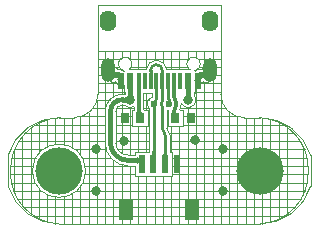
<source format=gtl>
G04*
G04 #@! TF.GenerationSoftware,Altium Limited,Altium Designer,21.3.2 (30)*
G04*
G04 Layer_Physical_Order=1*
G04 Layer_Color=255*
%FSLAX43Y43*%
%MOMM*%
G71*
G04*
G04 #@! TF.SameCoordinates,DDF0AE4A-8618-4426-8A3D-72610EC7A679*
G04*
G04*
G04 #@! TF.FilePolarity,Positive*
G04*
G01*
G75*
%ADD10C,0.254*%
%ADD11C,0.100*%
%ADD12R,0.300X1.450*%
%ADD13R,0.600X1.450*%
%ADD14R,1.200X1.800*%
%ADD15R,0.600X1.550*%
%ADD16R,0.800X0.850*%
%ADD26C,0.300*%
%ADD27C,0.400*%
%ADD28C,4.000*%
%ADD29O,1.200X2.000*%
%ADD30O,1.400X1.800*%
%ADD31C,0.600*%
%ADD32C,0.800*%
G36*
X107179Y114479D02*
X107190Y114447D01*
X107211Y114418D01*
X107243Y114394D01*
X107285Y114373D01*
X107338Y114355D01*
X107400Y114342D01*
X107473Y114333D01*
X107556Y114327D01*
X107650Y114325D01*
X107649Y113925D01*
X107547Y113923D01*
X107455Y113915D01*
X107456Y113725D01*
X107451Y113763D01*
X107436Y113797D01*
X107412Y113827D01*
X107378Y113853D01*
X107335Y113875D01*
X107287Y113891D01*
X107240Y113878D01*
X107189Y113857D01*
X107148Y113832D01*
X107118Y113804D01*
X107098Y113772D01*
X107089Y113736D01*
X107110Y113920D01*
X107065Y113923D01*
X106973Y113925D01*
Y114325D01*
X107156Y114324D01*
X107178Y114516D01*
X107179Y114479D01*
D02*
G37*
G36*
X111377Y114454D02*
X111384Y114324D01*
X111386Y114322D01*
X111114D01*
X111116Y114324D01*
X111117Y114328D01*
X111119Y114337D01*
X111120Y114348D01*
X111122Y114402D01*
X111123Y114485D01*
X111377D01*
X111377Y114454D01*
D02*
G37*
G36*
X110377Y114462D02*
X110385Y114338D01*
X110388Y114329D01*
X110391Y114324D01*
X110394Y114322D01*
X110106D01*
X110109Y114324D01*
X110112Y114329D01*
X110115Y114338D01*
X110117Y114350D01*
X110119Y114365D01*
X110121Y114407D01*
X110123Y114495D01*
X110377D01*
X110377Y114462D01*
D02*
G37*
G36*
X114844Y114324D02*
X115027Y114325D01*
Y113925D01*
X114935Y113923D01*
X114890Y113918D01*
X114911Y113736D01*
X114902Y113772D01*
X114882Y113804D01*
X114852Y113832D01*
X114811Y113857D01*
X114760Y113878D01*
X114713Y113891D01*
X114665Y113875D01*
X114622Y113853D01*
X114588Y113827D01*
X114564Y113797D01*
X114549Y113763D01*
X114544Y113725D01*
X114545Y113917D01*
X114453Y113923D01*
X114351Y113925D01*
X114350Y114325D01*
X114444Y114327D01*
X114600Y114342D01*
X114662Y114355D01*
X114715Y114373D01*
X114757Y114394D01*
X114789Y114418D01*
X114810Y114447D01*
X114821Y114479D01*
X114822Y114516D01*
X114844Y114324D01*
D02*
G37*
G36*
X110893Y112875D02*
X110890Y112866D01*
X110887Y112851D01*
X110884Y112829D01*
X110880Y112768D01*
X110877Y112573D01*
X110623D01*
X110623Y112631D01*
X110607Y112875D01*
X110603Y112878D01*
X110897D01*
X110893Y112875D01*
D02*
G37*
G36*
X113729Y112873D02*
X113712Y112859D01*
X113698Y112835D01*
X113685Y112801D01*
X113674Y112758D01*
X113666Y112705D01*
X113659Y112643D01*
X113651Y112489D01*
X113651Y112478D01*
X113653Y112452D01*
X113657Y112427D01*
X113663Y112403D01*
X113670Y112380D01*
X113679Y112359D01*
X113689Y112338D01*
X113701Y112320D01*
X113715Y112302D01*
X113730Y112286D01*
X113170D01*
X113185Y112302D01*
X113199Y112320D01*
X113211Y112338D01*
X113221Y112359D01*
X113230Y112380D01*
X113237Y112403D01*
X113243Y112427D01*
X113247Y112452D01*
X113249Y112478D01*
X113249Y112489D01*
X113234Y112705D01*
X113226Y112758D01*
X113215Y112801D01*
X113202Y112835D01*
X113188Y112859D01*
X113171Y112873D01*
X113153Y112878D01*
X113747D01*
X113729Y112873D01*
D02*
G37*
G36*
X108829D02*
X108812Y112859D01*
X108798Y112835D01*
X108785Y112801D01*
X108774Y112758D01*
X108766Y112705D01*
X108759Y112643D01*
X108751Y112489D01*
X108751Y112478D01*
X108753Y112452D01*
X108757Y112427D01*
X108763Y112403D01*
X108770Y112380D01*
X108779Y112359D01*
X108789Y112338D01*
X108801Y112320D01*
X108815Y112302D01*
X108830Y112286D01*
X108274D01*
X108255Y111730D01*
X108239Y111746D01*
X108222Y111760D01*
X108203Y111773D01*
X108183Y111784D01*
X108162Y111794D01*
X108140Y111802D01*
X108116Y111808D01*
X108091Y111813D01*
X108065Y111816D01*
X108037Y111818D01*
X108051Y112218D01*
X108079Y112218D01*
X108105Y112219D01*
X108131Y112222D01*
X108155Y112227D01*
X108178Y112233D01*
X108200Y112241D01*
X108220Y112251D01*
X108240Y112262D01*
X108258Y112275D01*
X108272Y112288D01*
X108285Y112302D01*
X108299Y112320D01*
X108311Y112338D01*
X108321Y112359D01*
X108330Y112380D01*
X108337Y112403D01*
X108343Y112427D01*
X108347Y112452D01*
X108349Y112478D01*
X108349Y112489D01*
X108334Y112705D01*
X108326Y112758D01*
X108315Y112801D01*
X108302Y112835D01*
X108288Y112859D01*
X108271Y112873D01*
X108253Y112878D01*
X108847D01*
X108829Y112873D01*
D02*
G37*
G36*
X110802Y111859D02*
X110794Y111841D01*
X110778Y111793D01*
X110774Y111779D01*
X110772Y111765D01*
X110770Y111752D01*
X110770Y111740D01*
X110770Y111729D01*
X110771Y111718D01*
X110487Y111922D01*
X110502Y111925D01*
X110515Y111930D01*
X110528Y111935D01*
X110540Y111943D01*
X110551Y111951D01*
X110561Y111961D01*
X110569Y111973D01*
X110577Y111986D01*
X110584Y112000D01*
X110590Y112016D01*
X110802Y111859D01*
D02*
G37*
G36*
X110691Y111488D02*
X110681Y111478D01*
X110672Y111468D01*
X110665Y111457D01*
X110658Y111444D01*
X110652Y111431D01*
X110648Y111417D01*
X110644Y111403D01*
X110642Y111387D01*
X110640Y111370D01*
X110640Y111353D01*
X110385Y111368D01*
X110385Y111385D01*
X110384Y111402D01*
X110382Y111418D01*
X110378Y111433D01*
X110374Y111447D01*
X110370Y111460D01*
X110364Y111473D01*
X110357Y111485D01*
X110350Y111495D01*
X110341Y111505D01*
X110691Y111488D01*
D02*
G37*
G36*
X109401Y111213D02*
X109413Y111097D01*
X109424Y111050D01*
X109438Y111010D01*
X109454Y110977D01*
X109474Y110952D01*
X109496Y110934D01*
X109521Y110923D01*
X109550Y110919D01*
X108953Y110922D01*
X108981Y110926D01*
X109006Y110936D01*
X109028Y110954D01*
X109047Y110980D01*
X109063Y111012D01*
X109076Y111052D01*
X109087Y111098D01*
X109094Y111152D01*
X109099Y111214D01*
X109100Y111282D01*
X109400D01*
X109401Y111213D01*
D02*
G37*
G36*
X111628Y107593D02*
X111638Y107495D01*
X111647Y107455D01*
X111659Y107421D01*
X111673Y107393D01*
X111689Y107372D01*
X111708Y107356D01*
X111730Y107347D01*
X111754Y107344D01*
X111246D01*
X111270Y107347D01*
X111292Y107356D01*
X111311Y107372D01*
X111327Y107393D01*
X111341Y107421D01*
X111353Y107455D01*
X111362Y107495D01*
X111368Y107541D01*
X111372Y107593D01*
X111373Y107652D01*
X111627D01*
X111628Y107593D01*
D02*
G37*
G36*
X110641D02*
X110651Y107495D01*
X110660Y107455D01*
X110671Y107421D01*
X110685Y107393D01*
X110702Y107372D01*
X110721Y107356D01*
X110742Y107347D01*
X110767Y107344D01*
X110258D01*
X110283Y107347D01*
X110304Y107356D01*
X110323Y107372D01*
X110340Y107393D01*
X110354Y107421D01*
X110365Y107455D01*
X110374Y107495D01*
X110380Y107541D01*
X110384Y107593D01*
X110385Y107652D01*
X110640D01*
X110641Y107593D01*
D02*
G37*
G36*
X109206Y106475D02*
X109201Y106513D01*
X109187Y106547D01*
X109163Y106577D01*
X109129Y106603D01*
X109085Y106625D01*
X109032Y106643D01*
X108969Y106657D01*
X108897Y106667D01*
X108815Y106673D01*
X108723Y106675D01*
Y107075D01*
X108815Y107077D01*
X108969Y107093D01*
X109032Y107107D01*
X109085Y107125D01*
X109129Y107147D01*
X109163Y107173D01*
X109187Y107203D01*
X109201Y107237D01*
X109206Y107275D01*
Y106475D01*
D02*
G37*
D10*
X111250Y111327D02*
G03*
X111227Y111431I-254J-1D01*
G01*
X111178Y111654D02*
G03*
X111227Y111431I528J0D01*
G01*
X111250Y111981D02*
G03*
X111178Y111654I702J-327D01*
G01*
X110572Y111727D02*
G03*
X110727Y112033I-590J492D01*
G01*
X110525Y111675D02*
G03*
X110572Y111727I-543J543D01*
G01*
X110727Y112033D02*
G03*
X110750Y112218I-745J186D01*
G01*
X111500Y109009D02*
G03*
X111400Y109250I-341J0D01*
G01*
X111250Y109612D02*
G03*
X111400Y109250I512J0D01*
G01*
X111250Y114485D02*
G03*
X110745Y114990I-505J0D01*
G01*
D02*
G03*
X110250Y114497I0J-495D01*
G01*
D02*
G03*
X110250Y114495I495J-2D01*
G01*
X111250Y111981D02*
Y113002D01*
X111227Y111431D02*
X111227Y111431D01*
X111250Y113002D02*
X111250Y113600D01*
X111750Y112480D02*
Y113582D01*
X111250Y109612D02*
Y111326D01*
X111250Y111327D02*
X111250Y111326D01*
X111750Y112480D02*
X111806Y111672D01*
X110512Y111662D02*
X110525Y111675D01*
X110512Y106588D02*
Y111662D01*
X110750Y112218D02*
Y113600D01*
X110500Y106575D02*
X110512Y106588D01*
X111250Y113600D02*
Y114485D01*
X111500Y106575D02*
Y109009D01*
X110250Y113600D02*
X110250D01*
X110250D02*
Y114495D01*
D11*
X115638Y114084D02*
G03*
X115770Y114402I-318J318D01*
G01*
D02*
G03*
X115002Y114720I-450J0D01*
G01*
X115160Y113691D02*
G03*
X115361Y113807I-117J434D01*
G01*
X115160Y113691D02*
G03*
X115361Y113807I-117J434D01*
G01*
X114000Y114481D02*
G03*
X114465Y115045I-110J564D01*
G01*
X114000Y114481D02*
G03*
X114465Y115045I-110J564D01*
G01*
X110745Y115367D02*
G03*
X109877Y114575I0J-872D01*
G01*
X114465Y115045D02*
G03*
X113559Y114575I-575J0D01*
G01*
X114465Y115045D02*
G03*
X113559Y114575I-575J0D01*
G01*
X111622D02*
G03*
X110745Y115367I-877J-90D01*
G01*
X114317Y114574D02*
G03*
X114032Y114443I33J-449D01*
G01*
X114000Y113651D02*
G03*
X114335Y113583I250J374D01*
G01*
X114317Y114574D02*
G03*
X114032Y114443I33J-449D01*
G01*
X116200Y112500D02*
G03*
X118200Y110500I2000J0D01*
G01*
X114100Y112000D02*
G03*
X113929Y112440I-650J0D01*
G01*
X123601Y106202D02*
G03*
X119500Y110500I-4303J0D01*
G01*
X123596Y106000D02*
G03*
X123601Y106202I-4298J202D01*
G01*
X123601Y105798D02*
G03*
X123596Y106000I-4303J0D01*
G01*
X119500Y101500D02*
G03*
X123601Y105798I-202J4298D01*
G01*
X112854Y111742D02*
G03*
X114100Y112000I596J258D01*
G01*
X112856Y111672D02*
G03*
X112854Y111742I-1050J0D01*
G01*
X112731Y111175D02*
G03*
X112856Y111672I-925J497D01*
G01*
X110373Y112203D02*
G03*
X110373Y112218I-391J15D01*
G01*
X111627Y111152D02*
G03*
X111700Y111133I179J520D01*
G01*
X110373Y112203D02*
G03*
X110135Y111287I152J-529D01*
G01*
X111877Y109009D02*
G03*
X111667Y109517I-718J0D01*
G01*
X111627Y109612D02*
G03*
X111667Y109517I135J0D01*
G01*
X108441Y114575D02*
G03*
X108685Y115045I-331J470D01*
G01*
X108441Y114575D02*
G03*
X108685Y115045I-331J470D01*
G01*
D02*
G03*
X108000Y114481I-575J0D01*
G01*
X108685Y115045D02*
G03*
X108000Y114481I-575J0D01*
G01*
X109700Y112000D02*
G03*
X109650Y112335I-1150J0D01*
G01*
Y111665D02*
G03*
X109700Y112000I-1100J335D01*
G01*
X107308Y113516D02*
G03*
X108000Y113226I442J84D01*
G01*
Y114408D02*
G03*
X107683Y114574I-350J-283D01*
G01*
X108000Y114408D02*
G03*
X107683Y114574I-350J-283D01*
G01*
X107068Y114743D02*
G03*
X106230Y114515I-388J-228D01*
G01*
Y114125D02*
G03*
X106680Y113675I450J0D01*
G01*
X106230Y114125D02*
G03*
X106680Y113675I450J0D01*
G01*
X108093Y111537D02*
G03*
X108850Y111423I457J463D01*
G01*
X107308Y108372D02*
G03*
X108355Y107325I1047J0D01*
G01*
X107891Y111574D02*
G03*
X107911Y111573I35J449D01*
G01*
X107890Y111574D02*
G03*
X107911Y111573I37J449D01*
G01*
X107890Y111574D02*
G03*
X107308Y111032I-41J-540D01*
G01*
X107951Y112472D02*
G03*
X106408Y111031I-102J-1438D01*
G01*
X103800Y110500D02*
G03*
X105800Y112500I0J2000D01*
G01*
X102665Y110500D02*
G03*
X98400Y106000I117J-4382D01*
G01*
X106408Y108372D02*
G03*
X108355Y106425I1947J0D01*
G01*
X104750Y106000D02*
G03*
X104750Y106000I-2250J0D01*
G01*
X98400Y106000D02*
G03*
X102500Y101500I4300J-200D01*
G01*
X115530Y114800D02*
X116200D01*
X115500Y114815D02*
Y116164D01*
X114980Y114715D02*
X114988Y114706D01*
X114951Y114730D02*
X114980Y114715D01*
X114907Y114753D02*
X114924Y114749D01*
X114892Y114761D02*
X114907Y114753D01*
X114924Y114749D02*
X114951Y114730D01*
X115654Y114100D02*
X116200D01*
X115361Y113807D02*
X115638Y114084D01*
X114988Y114706D02*
X115002Y114720D01*
X114410Y114800D02*
X115110D01*
X114241Y115500D02*
X116200D01*
X114859Y114763D02*
X114892Y114761D01*
X114827Y114770D02*
X114859Y114763D01*
X114810Y114767D02*
X114827Y114770D01*
X114800Y114768D02*
Y116164D01*
X114793Y114769D02*
X114810Y114767D01*
X114762Y114759D02*
X114793Y114769D01*
X114729Y114753D02*
X114762Y114759D01*
X114715Y114744D02*
X114729Y114753D01*
X114698Y114738D02*
X114715Y114744D01*
X114673Y114717D02*
X114698Y114738D01*
X114645Y114700D02*
X114673Y114717D01*
X115156Y113666D02*
X115158Y113685D01*
X115142Y113638D02*
X115156Y113666D01*
X115132Y113608D02*
X115142Y113638D01*
X115119Y113594D02*
X115132Y113608D01*
X115111Y113578D02*
X115119Y113594D01*
X115087Y113557D02*
X115111Y113578D01*
X115066Y113534D02*
X115087Y113557D01*
X115049Y113525D02*
X115066Y113534D01*
X115035Y113513D02*
X115049Y113525D01*
X115005Y113504D02*
X115035Y113513D01*
X114977Y113490D02*
X115005Y113504D01*
X114958Y113489D02*
X114977Y113490D01*
X114734Y113559D02*
X114753Y113537D01*
X114723Y113544D02*
X114734Y113559D01*
X114769Y113528D02*
X114783Y113516D01*
X114753Y113537D02*
X114769Y113528D01*
X114710Y113535D02*
X114723Y113544D01*
X114699Y113523D02*
X114710Y113535D01*
X114669Y113508D02*
X114699Y113523D01*
X114860Y113490D02*
X114877Y113484D01*
X114841Y113491D02*
X114860Y113490D01*
X114877Y113484D02*
X114909Y113486D01*
X114783Y113516D02*
X114813Y113506D01*
X114640Y113489D02*
X114669Y113508D01*
X114813Y113506D02*
X114841Y113491D01*
X114635Y114685D02*
X114645Y114700D01*
X114622Y114674D02*
X114635Y114685D01*
X114607Y114645D02*
X114622Y114674D01*
X114588Y114618D02*
X114607Y114645D01*
X114585Y114601D02*
X114588Y114618D01*
X114100Y115580D02*
Y116164D01*
X114561Y114594D02*
X114584Y114599D01*
X114429Y114582D02*
X114561Y114594D01*
X114345Y114580D02*
X114429Y114582D01*
X113400Y114575D02*
Y114744D01*
X114317Y114574D02*
X114345Y114580D01*
X113400Y115346D02*
Y116164D01*
X111300Y115171D02*
Y116164D01*
X111569Y114800D02*
X113370D01*
X110600Y115355D02*
Y116164D01*
X109900Y114711D02*
Y116164D01*
X109850Y114575D02*
X109877D01*
X112700D02*
Y116164D01*
X112000Y114575D02*
Y116164D01*
X111622Y114575D02*
X111650D01*
X114342Y113570D02*
X114354Y113559D01*
X114335Y113583D02*
X114342Y113570D01*
X114100Y114499D02*
Y114510D01*
X114000Y114411D02*
X114032Y114443D01*
X114432Y113499D02*
X114445Y113490D01*
X114416Y113504D02*
X114432Y113499D01*
X114624Y113486D02*
X114640Y113489D01*
X114363Y113546D02*
X114391Y113527D01*
X114354Y113559D02*
X114363Y113546D01*
X114391Y113527D02*
X114416Y113504D01*
X112150Y114575D02*
X112350D01*
X111850D02*
X112150D01*
X112350D02*
X112650D01*
X111650D02*
X111850D01*
X111622D02*
X111650D01*
X111850D02*
X112150D01*
X113150D02*
X113559D01*
X112900D02*
X113150D01*
X114000Y114411D02*
Y114481D01*
X112650Y114575D02*
X112900D01*
X112350D02*
X112650D01*
X112900D02*
X113150D01*
X114940Y113483D02*
X114958Y113489D01*
X114610Y113479D02*
X114624Y113486D01*
X114909Y113486D02*
X114940Y113483D01*
X114576Y113477D02*
X114610Y113479D01*
X114511Y113472D02*
X114527Y113473D01*
X114478Y113483D02*
X114511Y113472D01*
X114527Y113473D02*
X114543Y113470D01*
X116200Y112500D02*
Y116164D01*
X116200Y101500D02*
Y112472D01*
X115500Y101500D02*
Y113946D01*
X114800Y101500D02*
Y113510D01*
X114543Y113470D02*
X114576Y113477D01*
X114445Y113490D02*
X114478Y113483D01*
X114000Y113400D02*
X116200D01*
X114000Y112700D02*
X116200D01*
X113913Y112625D02*
X114000D01*
Y112869D02*
Y112887D01*
Y113651D01*
X113913Y112625D02*
X113918Y112671D01*
X114100Y101500D02*
Y113601D01*
X114000Y112625D02*
Y112869D01*
X113906Y112486D02*
X113913Y112623D01*
X113905Y112514D02*
X113905Y112494D01*
X113917Y112459D02*
X113929Y112440D01*
X123200Y103984D02*
Y108016D01*
X121100Y101891D02*
Y110109D01*
X118200Y110500D02*
X119500Y110500D01*
X121800Y102297D02*
Y109703D01*
X120400Y101639D02*
Y110361D01*
X119700Y101514D02*
Y110486D01*
X118300Y101500D02*
Y110500D01*
X117600Y101500D02*
Y110592D01*
X119000Y101500D02*
Y110500D01*
X113000Y109900D02*
X121498D01*
X113000Y110600D02*
X117575D01*
X111851Y109200D02*
X122384D01*
X114100Y112000D02*
X116263D01*
X112788Y111300D02*
X116600D01*
X112050Y106400D02*
X123597D01*
X112050Y107100D02*
X123506D01*
X112050Y105700D02*
X123600D01*
X116900Y101500D02*
Y110980D01*
X111877Y108500D02*
X122936D01*
X111877Y107800D02*
X123293D01*
X112731Y111175D02*
X113000D01*
X111627Y110600D02*
X111700D01*
X110373Y112218D02*
Y112548D01*
X113400Y101500D02*
Y111352D01*
X113000Y109825D02*
Y111175D01*
X112700Y101500D02*
Y109825D01*
X111700D02*
Y111133D01*
X111627Y109612D02*
Y111152D01*
Y109900D02*
X111700D01*
X110350Y112625D02*
X110368D01*
X110350D02*
X110368D01*
X110368Y112572D02*
X110373Y112548D01*
X110368Y112622D02*
X110368Y112572D01*
X109850Y112625D02*
X110150D01*
X109850D02*
X110150D01*
X110350D01*
X110135Y107679D02*
Y111287D01*
X110000Y109900D02*
X110135D01*
X110000Y109825D02*
Y111175D01*
X109900D02*
Y112625D01*
X110000Y110600D02*
X110135D01*
X111877Y107679D02*
X111882Y107657D01*
X111700Y109825D02*
X113000D01*
X111884Y107600D02*
X112050D01*
X111882Y107657D02*
X111883Y107609D01*
X111877Y107679D02*
Y109009D01*
X112050Y105550D02*
Y107600D01*
X112000Y101500D02*
Y105550D01*
X111050D02*
X112050D01*
X112000Y107600D02*
Y109825D01*
X110950Y105550D02*
X111050D01*
X111300Y101500D02*
Y105550D01*
X110131Y107657D02*
X110135Y107679D01*
X110130Y107605D02*
X110131Y107657D01*
X110050Y107600D02*
X110129D01*
X109950D02*
X110050D01*
X109900D02*
Y109825D01*
X109950Y107600D02*
X110050D01*
X110600Y101500D02*
Y105550D01*
X110050D02*
X110950D01*
X111050D01*
X109950D02*
X110050D01*
X109900Y101500D02*
Y105550D01*
X109950D02*
X110050D01*
X108461Y115500D02*
X113539D01*
X108630Y114800D02*
X109928D01*
X108500Y115467D02*
Y116164D01*
X107800Y115529D02*
Y116164D01*
X108500Y114575D02*
Y114623D01*
X109650Y114575D02*
X109850D01*
X109350D02*
X109650D01*
X109850D02*
X109877D01*
X109200D02*
Y116164D01*
X109100Y114575D02*
X109350D01*
X109650D01*
X105800Y115500D02*
X107759D01*
X105800Y116164D02*
X116200D01*
X107416Y114599D02*
X107443Y114594D01*
X107028Y114800D02*
X107590D01*
X107393Y114645D02*
X107412Y114618D01*
X107378Y114674D02*
X107393Y114645D01*
X107412Y114618D02*
X107415Y114601D01*
X107655Y114580D02*
X107683Y114574D01*
X107498Y114586D02*
X107568Y114582D01*
X107443Y114594D02*
X107498Y114586D01*
X107568Y114582D02*
X107655Y114580D01*
X108850Y114575D02*
X109100D01*
X108441D02*
X108850D01*
X109650Y112625D02*
X109850D01*
X108850Y114575D02*
X109100D01*
X108084Y112625D02*
X108094Y112485D01*
X108081Y112676D02*
X108084Y112625D01*
X108095Y112494D02*
X108095Y112514D01*
X109700Y112000D02*
X110081D01*
X109650Y112335D02*
Y112625D01*
X108073Y112473D02*
X108083Y112473D01*
X108053Y112473D02*
X108073Y112473D01*
X108000Y114408D02*
Y114481D01*
Y112869D02*
Y112887D01*
Y113226D01*
X107800Y114549D02*
Y114561D01*
X108032Y112469D02*
X108053Y112473D01*
X108000Y112625D02*
X108084D01*
X107951Y112472D02*
X108032Y112469D01*
X108000Y112625D02*
Y112869D01*
X107800Y112474D02*
Y113153D01*
X105800Y112700D02*
X108000D01*
X107190Y114767D02*
X107207Y114769D01*
X107173Y114770D02*
X107190Y114767D01*
X107238Y114759D02*
X107271Y114753D01*
X107207Y114769D02*
X107238Y114759D01*
X107141Y114763D02*
X107173Y114770D01*
X107100Y114757D02*
Y116164D01*
X107108Y114761D02*
X107141Y114763D01*
X107355Y114700D02*
X107365Y114685D01*
X107327Y114717D02*
X107355Y114700D01*
X107365Y114685D02*
X107378Y114674D01*
X107285Y114744D02*
X107302Y114738D01*
X107271Y114753D02*
X107285Y114744D01*
X107302Y114738D02*
X107327Y114717D01*
X106400Y114867D02*
Y116164D01*
X107093Y114753D02*
X107108Y114761D01*
X107076Y114749D02*
X107093Y114753D01*
X106230Y114125D02*
Y114515D01*
X105800Y114800D02*
X106332D01*
X105800Y114100D02*
X106231D01*
X106844Y113666D02*
X106858Y113638D01*
X106680Y113675D02*
X106843D01*
X106858Y113638D02*
X106868Y113608D01*
X105800Y112500D02*
Y116164D01*
X107266Y113559D02*
X107277Y113544D01*
X107247Y113537D02*
X107266Y113559D01*
X107290Y113535D02*
X107301Y113523D01*
X107277Y113544D02*
X107290Y113535D01*
X107231Y113528D02*
X107247Y113537D01*
X107217Y113516D02*
X107231Y113528D01*
X107187Y113506D02*
X107217Y113516D01*
X107159Y113491D02*
X107187Y113506D01*
X107140Y113490D02*
X107159Y113491D01*
X107123Y113484D02*
X107140Y113490D01*
X107091Y113486D02*
X107123Y113484D01*
X107060Y113483D02*
X107091Y113486D01*
X107100Y112265D02*
Y113485D01*
X106934Y113534D02*
X106951Y113525D01*
X106913Y113557D02*
X106934Y113534D01*
X106951Y113525D02*
X106965Y113513D01*
X106881Y113594D02*
X106889Y113578D01*
X106868Y113608D02*
X106881Y113594D01*
X106889Y113578D02*
X106913Y113557D01*
X107042Y113489D02*
X107060Y113483D01*
X107023Y113490D02*
X107042Y113489D01*
X105800Y113400D02*
X107347D01*
X106995Y113504D02*
X107023Y113490D01*
X106965Y113513D02*
X106995Y113504D01*
X105737Y112000D02*
X106780D01*
X109650Y111309D02*
X109655Y111288D01*
X109650Y111309D02*
Y111665D01*
X109655Y111288D02*
X109656Y111229D01*
X109652Y111300D02*
X110122D01*
X108850Y111309D02*
Y111423D01*
X108845Y111287D02*
X108850Y111309D01*
X108844Y111225D02*
X108845Y111287D01*
X109662Y111175D02*
X110000D01*
X109656Y111229D02*
X109662Y111175D01*
X108700Y109825D02*
X110000D01*
X109200Y107600D02*
Y109825D01*
X108840Y111179D02*
X108844Y111225D01*
X108950Y107350D02*
Y107600D01*
X107378Y111300D02*
X108848D01*
X108700Y111175D02*
X108840D01*
X107308Y109900D02*
X108700D01*
Y110914D02*
Y110932D01*
Y111175D01*
X107308Y110600D02*
X108700D01*
X107308Y108500D02*
X110135D01*
X107308Y109200D02*
X110135D01*
X107478Y107800D02*
X110135D01*
X108700Y109825D02*
Y110914D01*
X108500Y107325D02*
Y111352D01*
X108950Y107600D02*
X109950D01*
X108928Y107345D02*
X108950Y107350D01*
X108799Y107332D02*
X108928Y107345D01*
X108717Y106420D02*
X108803Y106418D01*
X108717Y107330D02*
X108799Y107332D01*
X108696Y107325D02*
X108717Y107330D01*
X108696Y106425D02*
X108717Y106420D01*
X109200Y101500D02*
Y105550D01*
X108950D02*
Y106400D01*
Y105550D02*
X109950D01*
X108870Y106413D02*
X108924Y106406D01*
X108803Y106418D02*
X108870Y106413D01*
X108924Y106406D02*
X108950Y106400D01*
X104730Y105700D02*
X108950D01*
X104516Y105000D02*
X123526D01*
X103974Y104300D02*
X123332D01*
X108355Y106425D02*
X108696D01*
X108355Y107325D02*
X108696D01*
X104714Y106400D02*
X108950D01*
X99519Y102900D02*
X122479D01*
X99000Y103600D02*
X122997D01*
X100340Y102200D02*
X121658D01*
X108500Y101500D02*
Y106425D01*
X102497Y101500D02*
X119503D01*
X102500Y101500D02*
X119500Y101500D01*
X108020Y111564D02*
X108040Y111563D01*
X108000Y111569D02*
X108020Y111564D01*
X108074Y111550D02*
X108093Y111537D01*
X108040Y111563D02*
X108051Y111561D01*
X107919Y111572D02*
X108000Y111569D01*
X107800Y107484D02*
Y111573D01*
X107308Y108372D02*
Y111031D01*
X106400Y101500D02*
Y113773D01*
X106408Y108372D02*
Y111031D01*
X105400Y111300D02*
X106433D01*
X104425Y110600D02*
X106408D01*
X102665Y110500D02*
X103800D01*
X102900Y108214D02*
Y110500D01*
X102200Y108230D02*
Y110463D01*
X101500Y108016D02*
Y110310D01*
X105700Y101500D02*
Y111876D01*
X105000Y101500D02*
Y110900D01*
X104300Y107350D02*
Y110564D01*
X103600Y107963D02*
Y110500D01*
X100800Y107474D02*
Y110028D01*
X100566Y109900D02*
X106408D01*
X104463Y107100D02*
X106880D01*
X103850Y107800D02*
X106494D01*
X100800Y101937D02*
Y104526D01*
X101500Y101666D02*
Y103984D01*
X107800Y101500D02*
Y106506D01*
X107100Y101500D02*
Y106883D01*
X104300Y101500D02*
Y104650D01*
X103600Y101500D02*
Y104037D01*
X102900Y101500D02*
Y103786D01*
X102200Y101524D02*
Y103770D01*
X99665Y109200D02*
X106408D01*
X99102Y108500D02*
X106408D01*
X98734Y107800D02*
X101150D01*
X98510Y107100D02*
X100537D01*
X98408Y106400D02*
X100286D01*
X98396Y105700D02*
X100270D01*
X98470Y105000D02*
X100484D01*
X98665Y104300D02*
X101026D01*
X100100Y102369D02*
Y109585D01*
X99400Y103036D02*
Y108907D01*
X98700Y104209D02*
Y107716D01*
X102500Y110500D02*
G03*
X98200Y107327I0J-4500D01*
G01*
X119500Y101500D02*
G03*
X123800Y104673I0J4500D01*
G01*
Y107327D02*
G03*
X119500Y110500I-4300J-1327D01*
G01*
X98200Y104673D02*
G03*
X102500Y101500I4300J1327D01*
G01*
X116200Y112500D02*
G03*
X118200Y110500I2000J0D01*
G01*
X103800D02*
G03*
X105800Y112500I0J2000D01*
G01*
X118200Y110500D02*
X119500D01*
X123800Y104673D02*
Y107327D01*
X102500Y110500D02*
X103800D01*
X116200Y112500D02*
Y120000D01*
X102500Y101500D02*
X119500D01*
X98200Y104673D02*
Y107327D01*
X105800Y112500D02*
Y120000D01*
X116200D01*
D12*
X110750Y113600D02*
D03*
X111750D02*
D03*
X111250D02*
D03*
X110250D02*
D03*
X109750D02*
D03*
X112250D02*
D03*
X112750D02*
D03*
X109250D02*
D03*
D13*
X113450D02*
D03*
X108550D02*
D03*
X114250D02*
D03*
X107750D02*
D03*
D14*
X113800Y102700D02*
D03*
X108200D02*
D03*
D15*
X112500Y106575D02*
D03*
X111500D02*
D03*
X110500D02*
D03*
X109500D02*
D03*
D16*
X108050Y110500D02*
D03*
X109350D02*
D03*
X112350D02*
D03*
X113650D02*
D03*
D26*
X112315Y111268D02*
G03*
X112250Y111083I235J-186D01*
G01*
Y112262D02*
G03*
X112314Y112077I300J1D01*
G01*
X112250Y110741D02*
G03*
X112350Y110500I341J0D01*
G01*
X112250Y110741D02*
G03*
X112350Y110500I341J0D01*
G01*
X112315Y111268D02*
G03*
X112314Y112077I-509J405D01*
G01*
X109264Y111770D02*
G03*
X109250Y111681I286J-91D01*
G01*
Y112319D02*
G03*
X109264Y112230I300J1D01*
G01*
X109250Y110741D02*
G03*
X109350Y110500I341J0D01*
G01*
X109264Y111770D02*
G03*
X109264Y112230I-714J230D01*
G01*
X112250Y112262D02*
Y112262D01*
Y110741D02*
Y111083D01*
Y112262D02*
Y113600D01*
X109250Y112319D02*
Y113600D01*
Y112319D02*
Y112319D01*
Y110741D02*
Y111681D01*
D27*
X107926Y112022D02*
G03*
X106858Y111031I-77J-989D01*
G01*
Y108372D02*
G03*
X108355Y106875I1497J0D01*
G01*
X107934Y112022D02*
X108550Y112000D01*
X106858Y108372D02*
Y111031D01*
X107926Y112022D02*
X107934Y112022D01*
X113450Y112000D02*
Y113600D01*
X108355Y106875D02*
X109500D01*
X108550Y112000D02*
Y113600D01*
X106680Y114125D02*
X107650D01*
X114350D02*
X115043D01*
X115320Y114402D01*
X114250Y114025D02*
X114350Y114125D01*
X107650D02*
X107750Y113600D01*
X106680Y114125D02*
Y114515D01*
D28*
X119500Y106000D02*
D03*
X102500D02*
D03*
D29*
X106680Y114515D02*
D03*
X115320D02*
D03*
D30*
Y118695D02*
D03*
X106680D02*
D03*
D31*
X111806Y111672D02*
D03*
X110525Y111675D02*
D03*
D32*
X114021Y108585D02*
D03*
X108550Y112000D02*
D03*
X113450D02*
D03*
X107975Y108509D02*
D03*
X116400Y107825D02*
D03*
Y104275D02*
D03*
X105600D02*
D03*
Y107825D02*
D03*
M02*

</source>
